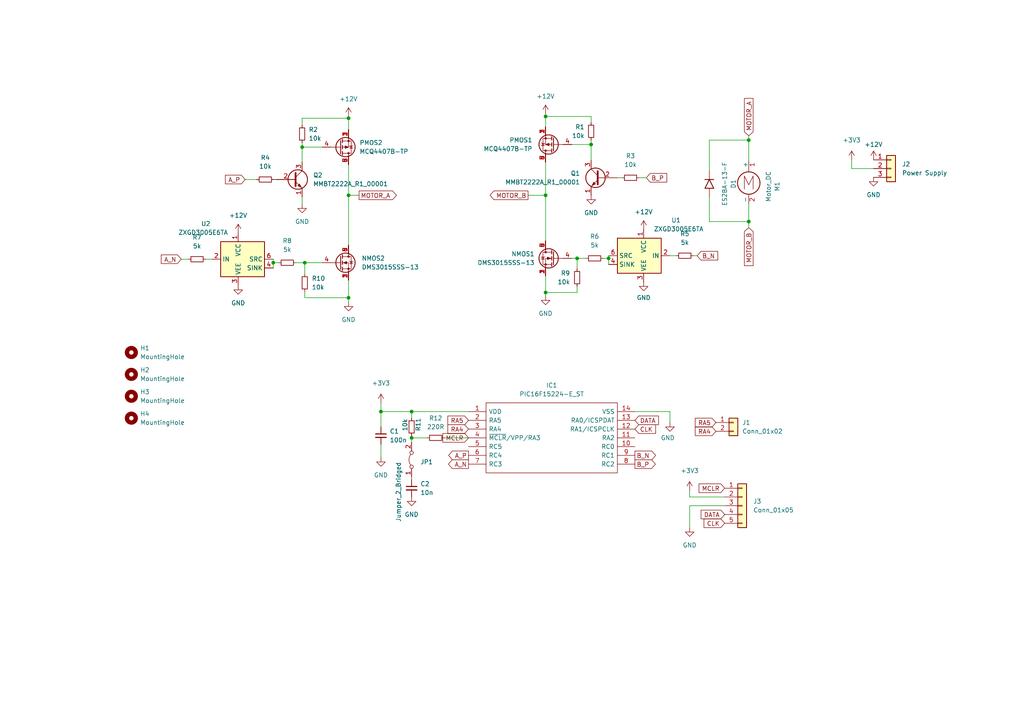
<source format=kicad_sch>
(kicad_sch (version 20211123) (generator eeschema)
  (paper "A4")
  (lib_symbols
    (symbol "Connector_Generic:Conn_01x02" (pin_names (offset 1.016) hide)
      (property "Reference" "J" (at 0 2.54 0))
      (property "Value" "Conn_01x02" (at 0 -5.08 0))
      (symbol "Conn_01x02_1_1"
        (rectangle (start -1.27 -2.413) (end 0 -2.667) (stroke (width 0.1524)))
        (rectangle (start -1.27 0.127) (end 0 -0.127) (stroke (width 0.1524)))
        (rectangle (start -1.27 1.27) (end 1.27 -3.81) (stroke (width 0.254)) (fill (type background)))
        (pin passive line (at -5.08 0 0) (length 3.81) (name "Pin_1") (number "1"))
        (pin passive line (at -5.08 -2.54 0) (length 3.81) (name "Pin_2") (number "2"))
      )
    )
    (symbol "Connector_Generic:Conn_01x03" (pin_names (offset 1.016) hide)
      (property "Reference" "J" (at 0 5.08 0))
      (property "Value" "Conn_01x03" (at 0 -5.08 0))
      (symbol "Conn_01x03_1_1"
        (rectangle (start -1.27 -2.413) (end 0 -2.667) (stroke (width 0.1524)))
        (rectangle (start -1.27 0.127) (end 0 -0.127) (stroke (width 0.1524)))
        (rectangle (start -1.27 2.667) (end 0 2.413) (stroke (width 0.1524)))
        (rectangle (start -1.27 3.81) (end 1.27 -3.81) (stroke (width 0.254)) (fill (type background)))
        (pin passive line (at -5.08 2.54 0) (length 3.81) (name "Pin_1") (number "1"))
        (pin passive line (at -5.08 0 0) (length 3.81) (name "Pin_2") (number "2"))
        (pin passive line (at -5.08 -2.54 0) (length 3.81) (name "Pin_3") (number "3"))
      )
    )
    (symbol "Connector_Generic:Conn_01x05" (pin_names (offset 1.016) hide)
      (property "Reference" "J" (at 0 7.62 0))
      (property "Value" "Conn_01x05" (at 0 -7.62 0))
      (symbol "Conn_01x05_1_1"
        (rectangle (start -1.27 -4.953) (end 0 -5.207) (stroke (width 0.1524)))
        (rectangle (start -1.27 -2.413) (end 0 -2.667) (stroke (width 0.1524)))
        (rectangle (start -1.27 0.127) (end 0 -0.127) (stroke (width 0.1524)))
        (rectangle (start -1.27 2.667) (end 0 2.413) (stroke (width 0.1524)))
        (rectangle (start -1.27 5.207) (end 0 4.953) (stroke (width 0.1524)))
        (rectangle (start -1.27 6.35) (end 1.27 -6.35) (stroke (width 0.254)) (fill (type background)))
        (pin passive line (at -5.08 5.08 0) (length 3.81) (name "Pin_1") (number "1"))
        (pin passive line (at -5.08 2.54 0) (length 3.81) (name "Pin_2") (number "2"))
        (pin passive line (at -5.08 0 0) (length 3.81) (name "Pin_3") (number "3"))
        (pin passive line (at -5.08 -2.54 0) (length 3.81) (name "Pin_4") (number "4"))
        (pin passive line (at -5.08 -5.08 0) (length 3.81) (name "Pin_5") (number "5"))
      )
    )
    (symbol "Device:C_Small" (pin_numbers hide) (pin_names (offset 0.254) hide)
      (property "Reference" "C" (at 0.254 1.778 0))
      (property "Value" "C_Small" (at 0.254 -2.032 0))
      (symbol "C_Small_0_1"
        (polyline (pts (xy -1.524 -0.508) (xy 1.524 -0.508)) (stroke (width 0.3302)))
        (polyline (pts (xy -1.524 0.508) (xy 1.524 0.508)) (stroke (width 0.3048)))
      )
      (symbol "C_Small_1_1"
        (pin passive line (at 0 2.54 270) (length 2.032) (name "~") (number "1"))
        (pin passive line (at 0 -2.54 90) (length 2.032) (name "~") (number "2"))
      )
    )
    (symbol "Device:D" (pin_numbers hide) (pin_names (offset 1.016) hide)
      (property "Reference" "D" (at 0 2.54 0))
      (property "Value" "D" (at 0 -2.54 0))
      (symbol "D_0_1"
        (polyline (pts (xy -1.27 1.27) (xy -1.27 -1.27)) (stroke (width 0.254)))
        (polyline (pts (xy 1.27 1.27) (xy 1.27 -1.27) (xy -1.27 0) (xy 1.27 1.27)) (stroke (width 0.254)))
      )
      (symbol "D_1_1"
        (pin passive line (at -3.81 0 0) (length 2.54) (name "K") (number "1"))
        (pin passive line (at 3.81 0 180) (length 2.54) (name "A") (number "2"))
      )
    )
    (symbol "Device:R_Small" (pin_numbers hide) (pin_names (offset 0.254) hide)
      (property "Reference" "R" (at 0.762 0.508 0))
      (property "Value" "R_Small" (at 0.762 -1.016 0))
      (symbol "R_Small_0_1"
        (rectangle (start -0.762 1.778) (end 0.762 -1.778) (stroke (width 0.2032)))
      )
      (symbol "R_Small_1_1"
        (pin passive line (at 0 2.54 270) (length 0.762) (name "~") (number "1"))
        (pin passive line (at 0 -2.54 90) (length 0.762) (name "~") (number "2"))
      )
    )
    (symbol "Driver_FET:ZXGD3006E6"
      (property "Reference" "U" (at 2.54 8.89 0))
      (property "Value" "ZXGD3006E6" (at 2.54 6.35 0))
      (symbol "ZXGD3006E6_0_1"
        (rectangle (start -5.08 5.08) (end 7.62 -5.08) (stroke (width 0.254)) (fill (type background)))
      )
      (symbol "ZXGD3006E6_1_1"
        (pin power_in line (at 0 7.62 270) (length 2.54) (name "VCC") (number "1"))
        (pin input line (at -7.62 0 0) (length 2.54) (name "IN") (number "2"))
        (pin power_in line (at 0 -7.62 90) (length 2.54) (name "VEE") (number "3"))
        (pin open_collector line (at 10.16 -2.54 180) (length 2.54) (name "SINK") (number "4"))
        (pin no_connect line (at 7.62 2.54 180) (length 2.54) hide (name "NC") (number "5"))
        (pin open_emitter line (at 10.16 0 180) (length 2.54) (name "SRC") (number "6"))
      )
    )
    (symbol "Jumper:Jumper_2_Bridged" (pin_names (offset 0) hide)
      (property "Reference" "JP" (at 0 1.905 0))
      (property "Value" "Jumper_2_Bridged" (at 0 -2.54 0))
      (symbol "Jumper_2_Bridged_0_0"
        (circle (center -2.032 0) (radius 0.508))
        (circle (center 2.032 0) (radius 0.508))
      )
      (symbol "Jumper_2_Bridged_0_1"
        (arc (start 1.524 0.254) (mid 0 0.762) (end -1.524 0.254))
      )
      (symbol "Jumper_2_Bridged_1_1"
        (pin passive line (at -5.08 0 0) (length 2.54) (name "A") (number "1"))
        (pin passive line (at 5.08 0 180) (length 2.54) (name "B") (number "2"))
      )
    )
    (symbol "Mechanical:MountingHole" (pin_names (offset 1.016))
      (property "Reference" "H" (at 0 5.08 0))
      (property "Value" "MountingHole" (at 0 3.175 0))
      (symbol "MountingHole_0_1"
        (circle (center 0 0) (radius 1.27) (stroke (width 1.27)))
      )
    )
    (symbol "Motor:Motor_DC" (pin_names (offset 0))
      (property "Reference" "M" (at 2.54 2.54 0))
      (property "Value" "Motor_DC" (at 2.54 -5.08 0))
      (symbol "Motor_DC_0_0"
        (polyline (pts (xy -1.27 -3.302) (xy -1.27 0.508) (xy 0 -2.032) (xy 1.27 0.508) (xy 1.27 -3.302)))
      )
      (symbol "Motor_DC_0_1"
        (circle (center 0 -1.524) (radius 3.2512) (stroke (width 0.254)))
        (polyline (pts (xy 0 -7.62) (xy 0 -7.112)))
        (polyline (pts (xy 0 -4.7752) (xy 0 -5.1816)))
        (polyline (pts (xy 0 1.7272) (xy 0 2.0828)))
        (polyline (pts (xy 0 2.032) (xy 0 2.54)))
      )
      (symbol "Motor_DC_1_1"
        (pin passive line (at 0 5.08 270) (length 2.54) (name "+") (number "1"))
        (pin passive line (at 0 -7.62 90) (length 2.54) (name "-") (number "2"))
      )
    )
    (symbol "Symbols:DMS3015SSS-13" (pin_names (offset 1.016))
      (property "Reference" "NMOS" (at -5.4102 9.2456 0))
      (property "Value" "DMS3015SSS-13" (at -4.4196 -15.4432 0))
      (symbol "DMS3015SSS-13_0_1"
        (polyline (pts (xy -1.016 0) (xy -3.81 0)))
        (polyline (pts (xy -1.016 1.905) (xy -1.016 -1.905)) (stroke (width 0.254)))
        (polyline (pts (xy -0.508 -1.27) (xy -0.508 -2.286)) (stroke (width 0.254)))
        (polyline (pts (xy -0.508 0.508) (xy -0.508 -0.508)) (stroke (width 0.254)))
        (polyline (pts (xy -0.508 2.286) (xy -0.508 1.27)) (stroke (width 0.254)))
        (polyline (pts (xy 1.27 2.54) (xy 1.27 1.778)))
        (polyline (pts (xy 1.27 -2.54) (xy 1.27 0) (xy -0.508 0)))
        (polyline (pts (xy -0.508 -1.778) (xy 2.032 -1.778) (xy 2.032 1.778) (xy -0.508 1.778)))
        (polyline (pts (xy -0.254 0) (xy 0.762 0.381) (xy 0.762 -0.381) (xy -0.254 0)) (fill (type outline)))
        (polyline (pts (xy 1.524 0.508) (xy 1.651 0.381) (xy 2.413 0.381) (xy 2.54 0.254)))
        (polyline (pts (xy 2.032 0.381) (xy 1.651 -0.254) (xy 2.413 -0.254) (xy 2.032 0.381)))
        (circle (center 0.381 0) (radius 2.794) (stroke (width 0.254)))
        (circle (center 1.27 -1.778) (radius 0.254) (fill (type outline)))
        (circle (center 1.27 1.778) (radius 0.254) (fill (type outline)))
      )
      (symbol "DMS3015SSS-13_1_1"
        (pin passive line (at 1.27 -5.08 90) (length 2.54) (name "") (number "1"))
        (pin passive line (at 1.27 -5.08 90) (length 2.54) (name "") (number "2"))
        (pin passive line (at 1.27 -5.08 90) (length 2.54) (name "") (number "3"))
        (pin input line (at -6.35 0 0) (length 2.54) (name "") (number "4"))
        (pin passive line (at 1.27 5.08 270) (length 2.54) (name "") (number "5"))
        (pin passive line (at 1.27 5.08 270) (length 2.54) (name "") (number "6"))
        (pin passive line (at 1.27 5.08 270) (length 2.54) (name "") (number "7"))
        (pin passive line (at 1.27 5.08 270) (length 2.54) (name "") (number "8"))
      )
    )
    (symbol "Symbols:MCQ4407B-TP"
      (property "Reference" "PMOS" (at 0 11.43 0))
      (property "Value" "MCQ4407B-TP" (at 0 -6.35 0))
      (symbol "MCQ4407B-TP_0_1"
        (circle (center -0.889 2.54) (radius 2.794) (stroke (width 0.254)))
        (polyline (pts (xy -2.286 2.54) (xy -5.08 2.54)))
        (polyline (pts (xy -2.286 4.445) (xy -2.286 0.635)) (stroke (width 0.254)))
        (polyline (pts (xy -1.778 1.27) (xy -1.778 0.254)) (stroke (width 0.254)))
        (polyline (pts (xy -1.778 3.048) (xy -1.778 2.032)) (stroke (width 0.254)))
        (polyline (pts (xy -1.778 4.826) (xy -1.778 3.81)) (stroke (width 0.254)))
        (polyline (pts (xy 0 5.08) (xy 0 4.318)))
        (polyline (pts (xy 0 0) (xy 0 2.54) (xy -1.778 2.54)))
        (polyline (pts (xy -1.778 0.762) (xy 0.762 0.762) (xy 0.762 4.318) (xy -1.778 4.318)))
        (polyline (pts (xy 0 2.54) (xy -1.016 2.159) (xy -1.016 2.921) (xy 0 2.54)) (fill (type outline)))
        (polyline (pts (xy 0.2032 2.3368) (xy 0.3302 2.2098) (xy 1.0922 2.2098) (xy 1.2192 2.0828)))
        (polyline (pts (xy 0.762 2.2352) (xy 1.143 2.8702) (xy 0.381 2.8702) (xy 0.762 2.2352)))
        (circle (center 0 0.762) (radius 0.254) (fill (type outline)))
        (circle (center 0 4.318) (radius 0.254) (fill (type outline)))
      )
      (symbol "MCQ4407B-TP_1_1"
        (pin passive line (at 0 -2.54 90) (length 2.54) (name "") (number "1"))
        (pin passive line (at 0 -2.54 90) (length 2.54) (name "") (number "2"))
        (pin passive line (at 0 -2.54 90) (length 2.54) (name "") (number "3"))
        (pin input line (at -7.62 2.54 0) (length 2.54) (name "") (number "4"))
        (pin passive line (at 0 7.62 270) (length 2.54) (name "") (number "5"))
        (pin passive line (at 0 7.62 270) (length 2.54) (name "") (number "6"))
        (pin passive line (at 0 7.62 270) (length 2.54) (name "") (number "7"))
        (pin passive line (at 0 7.62 270) (length 2.54) (name "") (number "8"))
      )
    )
    (symbol "Symbols:PIC16F15224-E_ST" (pin_names (offset 0.762))
      (property "Reference" "IC" (at 44.45 7.62 0))
      (property "Value" "PIC16F15224-E_ST" (at 44.45 5.08 0))
      (symbol "PIC16F15224-E_ST_0_0"
        (pin passive line (at 0 0 0) (length 5.08) (name "VDD") (number "1"))
        (pin passive line (at 48.26 -10.16 180) (length 5.08) (name "RC0") (number "10"))
        (pin passive line (at 48.26 -7.62 180) (length 5.08) (name "RA2") (number "11"))
        (pin passive line (at 48.26 -5.08 180) (length 5.08) (name "RA1/ICSPCLK") (number "12"))
        (pin passive line (at 48.26 -2.54 180) (length 5.08) (name "RA0/ICSPDAT") (number "13"))
        (pin passive line (at 48.26 0 180) (length 5.08) (name "VSS") (number "14"))
        (pin passive line (at 0 -2.54 0) (length 5.08) (name "RA5") (number "2"))
        (pin passive line (at 0 -5.08 0) (length 5.08) (name "RA4") (number "3"))
        (pin passive line (at 0 -7.62 0) (length 5.08) (name "~{MCLR}/VPP/RA3") (number "4"))
        (pin passive line (at 0 -10.16 0) (length 5.08) (name "RC5") (number "5"))
        (pin passive line (at 0 -12.7 0) (length 5.08) (name "RC4") (number "6"))
        (pin passive line (at 0 -15.24 0) (length 5.08) (name "RC3") (number "7"))
        (pin passive line (at 48.26 -15.24 180) (length 5.08) (name "RC2") (number "8"))
        (pin passive line (at 48.26 -12.7 180) (length 5.08) (name "RC1") (number "9"))
      )
      (symbol "PIC16F15224-E_ST_0_1"
        (polyline (pts (xy 5.08 2.54) (xy 43.18 2.54) (xy 43.18 -17.78) (xy 5.08 -17.78) (xy 5.08 2.54)) (stroke (width 0.1524)))
      )
    )
    (symbol "Transistor_BJT:2N2219" (pin_names (offset 0) hide)
      (property "Reference" "Q" (at 5.08 1.905 0))
      (property "Value" "2N2219" (at 5.08 0 0))
      (symbol "2N2219_0_1"
        (polyline (pts (xy 0.635 0.635) (xy 2.54 2.54)))
        (polyline (pts (xy 0.635 -0.635) (xy 2.54 -2.54) (xy 2.54 -2.54)))
        (polyline (pts (xy 0.635 1.905) (xy 0.635 -1.905) (xy 0.635 -1.905)) (stroke (width 0.508)))
        (polyline (pts (xy 1.27 -1.778) (xy 1.778 -1.27) (xy 2.286 -2.286) (xy 1.27 -1.778) (xy 1.27 -1.778)) (fill (type outline)))
        (circle (center 1.27 0) (radius 2.8194) (stroke (width 0.254)))
      )
      (symbol "2N2219_1_1"
        (pin passive line (at 2.54 -5.08 90) (length 2.54) (name "E") (number "1"))
        (pin passive line (at -5.08 0 0) (length 5.715) (name "B") (number "2"))
        (pin passive line (at 2.54 5.08 270) (length 2.54) (name "C") (number "3"))
      )
    )
    (symbol "power:+12V" (power) (pin_names (offset 0))
      (property "Value" "+12V" (at 0 3.556 0))
      (symbol "+12V_0_1"
        (polyline (pts (xy -0.762 1.27) (xy 0 2.54)))
        (polyline (pts (xy 0 0) (xy 0 2.54)))
        (polyline (pts (xy 0 2.54) (xy 0.762 1.27)))
      )
      (symbol "+12V_1_1"
        (pin power_in line (at 0 0 90) (length 0) hide (name "+12V") (number "1"))
      )
    )
    (symbol "power:+3.3V" (power) (pin_names (offset 0))
      (property "Value" "+3.3V" (at 0 3.556 0))
      (symbol "+3.3V_0_1"
        (polyline (pts (xy -0.762 1.27) (xy 0 2.54)))
        (polyline (pts (xy 0 0) (xy 0 2.54)))
        (polyline (pts (xy 0 2.54) (xy 0.762 1.27)))
      )
      (symbol "+3.3V_1_1"
        (pin power_in line (at 0 0 90) (length 0) hide (name "+3V3") (number "1"))
      )
    )
    (symbol "power:GND" (power) (pin_names (offset 0))
      (property "Value" "GND" (at 0 -3.81 0))
      (symbol "GND_0_1"
        (polyline (pts (xy 0 0) (xy 0 -1.27) (xy 1.27 -1.27) (xy 0 -2.54) (xy -1.27 -1.27) (xy 0 -1.27)))
      )
      (symbol "GND_1_1"
        (pin power_in line (at 0 0 270) (length 0) hide (name "GND") (number "1"))
      )
    )
  )
  (junction (at 101.092 86.36))
  (junction (at 176.53 74.93))
  (junction (at 101.092 34.29))
  (junction (at 217.17 40.64))
  (junction (at 101.092 56.642))
  (junction (at 87.63 42.672))
  (junction (at 217.17 64.262))
  (junction (at 167.386 74.93))
  (junction (at 119.38 127))
  (junction (at 110.49 119.38))
  (junction (at 88.392 76.2))
  (junction (at 119.38 119.38))
  (junction (at 171.45 41.91))
  (junction (at 158.242 33.782))
  (junction (at 79.248 76.2))
  (junction (at 158.242 56.642))
  (junction (at 158.242 84.836))
  (wire (pts (xy 87.63 41.402) (xy 87.63 42.672)))
  (wire (pts (xy 135.89 127) (xy 128.905 127)))
  (wire (pts (xy 52.578 75.184) (xy 54.61 75.184)))
  (wire (pts (xy 167.386 83.058) (xy 167.386 84.836)))
  (wire (pts (xy 167.386 84.836) (xy 158.242 84.836)))
  (wire (pts (xy 205.74 40.64) (xy 217.17 40.64)))
  (wire (pts (xy 253.365 48.895) (xy 247.015 48.895)))
  (wire (pts (xy 158.242 33.782) (xy 158.242 36.83)))
  (wire (pts (xy 167.386 74.93) (xy 167.386 77.978)))
  (wire (pts (xy 158.242 33.02) (xy 158.242 33.782)))
  (wire (pts (xy 119.38 127) (xy 119.38 126.365)))
  (wire (pts (xy 167.386 74.93) (xy 169.926 74.93)))
  (wire (pts (xy 79.502 52.07) (xy 80.01 52.07)))
  (wire (pts (xy 87.63 57.15) (xy 87.63 59.182)))
  (wire (pts (xy 119.38 119.38) (xy 135.89 119.38)))
  (wire (pts (xy 205.74 57.15) (xy 205.74 64.262)))
  (wire (pts (xy 88.392 76.2) (xy 93.472 76.2)))
  (wire (pts (xy 85.852 76.2) (xy 88.392 76.2)))
  (wire (pts (xy 110.49 119.38) (xy 119.38 119.38)))
  (wire (pts (xy 119.38 119.38) (xy 119.38 121.285)))
  (wire (pts (xy 200.025 142.24) (xy 200.025 144.145)))
  (wire (pts (xy 87.63 42.672) (xy 93.472 42.672)))
  (wire (pts (xy 217.17 64.262) (xy 217.17 66.04)))
  (wire (pts (xy 158.242 46.99) (xy 158.242 56.642)))
  (wire (pts (xy 194.31 122.555) (xy 194.31 119.38)))
  (wire (pts (xy 205.74 40.64) (xy 205.74 49.53)))
  (wire (pts (xy 210.185 146.685) (xy 200.025 146.685)))
  (wire (pts (xy 123.825 127) (xy 119.38 127)))
  (wire (pts (xy 176.53 74.168) (xy 176.53 74.93)))
  (wire (pts (xy 110.49 119.38) (xy 110.49 123.825)))
  (wire (pts (xy 200.025 146.685) (xy 200.025 153.035)))
  (wire (pts (xy 171.45 33.782) (xy 171.45 35.56)))
  (wire (pts (xy 180.34 51.562) (xy 179.07 51.562)))
  (wire (pts (xy 196.088 74.168) (xy 194.31 74.168)))
  (wire (pts (xy 79.248 75.184) (xy 79.248 76.2)))
  (wire (pts (xy 101.092 56.642) (xy 104.14 56.642)))
  (wire (pts (xy 87.63 34.29) (xy 87.63 36.322)))
  (wire (pts (xy 119.38 127) (xy 119.38 128.27)))
  (wire (pts (xy 171.45 40.64) (xy 171.45 41.91)))
  (wire (pts (xy 88.392 84.582) (xy 88.392 86.36)))
  (wire (pts (xy 171.45 41.91) (xy 165.862 41.91)))
  (wire (pts (xy 158.242 84.836) (xy 158.242 80.01)))
  (wire (pts (xy 101.092 86.36) (xy 101.092 81.28)))
  (wire (pts (xy 205.74 64.262) (xy 217.17 64.262)))
  (wire (pts (xy 88.392 76.2) (xy 88.392 79.502)))
  (wire (pts (xy 194.31 119.38) (xy 184.15 119.38)))
  (wire (pts (xy 110.49 132.715) (xy 110.49 128.905)))
  (wire (pts (xy 153.162 56.642) (xy 158.242 56.642)))
  (wire (pts (xy 171.45 41.91) (xy 171.45 46.482)))
  (wire (pts (xy 202.184 74.168) (xy 201.168 74.168)))
  (wire (pts (xy 101.092 87.63) (xy 101.092 86.36)))
  (wire (pts (xy 101.092 34.29) (xy 101.092 37.592)))
  (wire (pts (xy 87.63 42.672) (xy 87.63 46.99)))
  (wire (pts (xy 101.092 33.782) (xy 101.092 34.29)))
  (wire (pts (xy 88.392 86.36) (xy 101.092 86.36)))
  (wire (pts (xy 187.452 51.562) (xy 185.42 51.562)))
  (wire (pts (xy 158.242 56.642) (xy 158.242 69.85)))
  (wire (pts (xy 101.092 56.642) (xy 101.092 71.12)))
  (wire (pts (xy 101.092 34.29) (xy 87.63 34.29)))
  (wire (pts (xy 217.17 59.182) (xy 217.17 64.262)))
  (wire (pts (xy 247.015 48.895) (xy 247.015 46.355)))
  (wire (pts (xy 176.53 74.93) (xy 176.53 76.708)))
  (wire (pts (xy 59.69 75.184) (xy 61.468 75.184)))
  (wire (pts (xy 101.092 47.752) (xy 101.092 56.642)))
  (wire (pts (xy 217.17 39.37) (xy 217.17 40.64)))
  (wire (pts (xy 79.248 76.2) (xy 80.772 76.2)))
  (wire (pts (xy 200.025 144.145) (xy 210.185 144.145)))
  (wire (pts (xy 79.248 76.2) (xy 79.248 77.724)))
  (wire (pts (xy 119.38 138.43) (xy 119.38 139.065)))
  (wire (pts (xy 175.006 74.93) (xy 176.53 74.93)))
  (wire (pts (xy 158.242 33.782) (xy 171.45 33.782)))
  (wire (pts (xy 71.12 52.07) (xy 74.422 52.07)))
  (wire (pts (xy 217.17 40.64) (xy 217.17 46.482)))
  (wire (pts (xy 165.862 74.93) (xy 167.386 74.93)))
  (wire (pts (xy 110.49 116.84) (xy 110.49 119.38)))
  (wire (pts (xy 158.242 85.852) (xy 158.242 84.836)))
  (global_label "RA4" (shape input) (at 135.89 124.46 180) (property "Intersheet References" "${INTERSHEET_REFS}" (effects hide)))
  (global_label "B_P" (shape output) (at 184.15 134.62 0) (property "Intersheet References" "${INTERSHEET_REFS}" (effects hide)))
  (global_label "MCLR" (shape input) (at 135.89 127 180) (property "Intersheet References" "${INTERSHEET_REFS}" (effects hide)))
  (global_label "DATA" (shape input) (at 184.15 121.92 0) (property "Intersheet References" "${INTERSHEET_REFS}" (effects hide)))
  (global_label "A_N" (shape input) (at 52.578 75.184 180) (property "Intersheet References" "${INTERSHEET_REFS}" (effects hide)))
  (global_label "MOTOR_B" (shape input) (at 217.17 66.04 270) (property "Intersheet References" "${INTERSHEET_REFS}" (effects hide)))
  (global_label "CLK" (shape input) (at 184.15 124.46 0) (property "Intersheet References" "${INTERSHEET_REFS}" (effects hide)))
  (global_label "A_N" (shape output) (at 135.89 134.62 180) (property "Intersheet References" "${INTERSHEET_REFS}" (effects hide)))
  (global_label "CLK" (shape input) (at 210.185 151.765 180) (property "Intersheet References" "${INTERSHEET_REFS}" (effects hide)))
  (global_label "MOTOR_B" (shape output) (at 153.162 56.642 180) (property "Intersheet References" "${INTERSHEET_REFS}" (effects hide)))
  (global_label "B_N" (shape input) (at 202.184 74.168 0) (property "Intersheet References" "${INTERSHEET_REFS}" (effects hide)))
  (global_label "MOTOR_A" (shape output) (at 104.14 56.642 0) (property "Intersheet References" "${INTERSHEET_REFS}" (effects hide)))
  (global_label "DATA" (shape input) (at 210.185 149.225 180) (property "Intersheet References" "${INTERSHEET_REFS}" (effects hide)))
  (global_label "MOTOR_A" (shape input) (at 217.17 39.37 90) (property "Intersheet References" "${INTERSHEET_REFS}" (effects hide)))
  (global_label "RA5" (shape input) (at 207.645 122.555 180) (property "Intersheet References" "${INTERSHEET_REFS}" (effects hide)))
  (global_label "RA4" (shape input) (at 207.645 125.095 180) (property "Intersheet References" "${INTERSHEET_REFS}" (effects hide)))
  (global_label "MCLR" (shape input) (at 210.185 141.605 180) (property "Intersheet References" "${INTERSHEET_REFS}" (effects hide)))
  (global_label "B_P" (shape input) (at 187.452 51.562 0) (property "Intersheet References" "${INTERSHEET_REFS}" (effects hide)))
  (global_label "A_P" (shape input) (at 71.12 52.07 180) (property "Intersheet References" "${INTERSHEET_REFS}" (effects hide)))
  (global_label "A_P" (shape output) (at 135.89 132.08 180) (property "Intersheet References" "${INTERSHEET_REFS}" (effects hide)))
  (global_label "RA5" (shape input) (at 135.89 121.92 180) (property "Intersheet References" "${INTERSHEET_REFS}" (effects hide)))
  (global_label "B_N" (shape output) (at 184.15 132.08 0) (property "Intersheet References" "${INTERSHEET_REFS}" (effects hide)))
  (symbol (lib_id "power:+12V") (at 101.092 33.782 0) (unit 1)
    (property "Reference" "#PWR02" (effects hide))
    (property "Value" "+12V" (at 101.092 28.702 0))
  )
  (symbol (lib_id "power:+12V") (at 253.365 46.355 0) (unit 1)
    (property "Reference" "#PWR016" (effects hide))
    (property "Value" "+12V" (at 253.365 41.91 0))
  )
  (symbol (lib_id "Mechanical:MountingHole") (at 38.1 114.935 0) (unit 1)
    (property "Reference" "H3" (at 40.64 113.6649 0) (effects (justify left)))
    (property "Value" "MountingHole" (at 40.64 116.2049 0) (effects (justify left)))
    (property "Footprint" "MountingHole:MountingHole_2.5mm" (effects hide))
  )
  (symbol (lib_id "power:GND") (at 171.45 56.642 0) (mirror y) (unit 1)
    (property "Reference" "#PWR03" (effects hide))
    (property "Value" "GND" (at 171.45 61.722 0))
  )
  (symbol (lib_id "power:GND") (at 200.025 153.035 0) (unit 1)
    (property "Reference" "#PWR0104" (effects hide))
    (property "Value" "GND" (at 200.025 158.115 0))
  )
  (symbol (lib_id "power:GND") (at 186.69 81.788 0) (unit 1)
    (property "Reference" "#PWR09" (effects hide))
    (property "Value" "GND" (at 186.69 86.36 0))
  )
  (symbol (lib_id "Device:C_Small") (at 110.49 126.365 0) (unit 1)
    (property "Reference" "C1" (at 113.03 125.1012 0) (effects (justify left)))
    (property "Value" "100n" (at 113.03 127.6412 0) (effects (justify left)))
    (property "Footprint" "Capacitor_SMD:C_0603_1608Metric" (effects hide))
    (property "MPN" "CGA3E2X7R1E104K080AA" (effects hide))
  )
  (symbol (lib_id "Jumper:Jumper_2_Bridged") (at 119.38 133.35 90) (unit 1)
    (property "Reference" "JP1" (at 121.92 133.985 90) (effects (justify right)))
    (property "Value" "Jumper_2_Bridged" (at 115.57 133.985 0) (effects (justify right)))
    (property "Footprint" "Connector_PinHeader_2.54mm:PinHeader_1x02_P2.54mm_Vertical" (effects hide))
  )
  (symbol (lib_id "Device:R_Small") (at 126.365 127 270) (unit 1)
    (property "Reference" "R12" (at 126.365 121.285 90))
    (property "Value" "220R" (at 126.365 123.825 90))
    (property "Footprint" "Resistor_SMD:R_0603_1608Metric" (effects hide))
    (property "MPN" "RMCF0603FT220R" (effects hide))
  )
  (symbol (lib_id "Symbols:PIC16F15224-E_ST") (at 135.89 119.38 0) (unit 1)
    (property "Reference" "IC1" (at 160.02 111.76 0))
    (property "Value" "PIC16F15224-E_ST" (at 160.02 114.3 0))
    (property "Footprint" "Footprints:SOP65P640X120-14N" (effects hide))
    (property "Datasheet" "https://ww1.microchip.com/downloads/en/DeviceDoc/PIC16F15213-14-23-24-43-44-Data-Sheet-DS40002195B.pdf" (effects hide))
    (property "Description" "8-bit Microcontrollers - MCU 7KB Flash, 512B RAM, 10b ADC, 2x PWM, 2x CCP, HLT, WDT, PPS, EUSART, SPI/I2C, XLP SLEEP Mode" (effects hide))
    (property "Height" "1.2" (effects hide))
    (property "Mouser Part Number" "579-PIC16F15224-E/ST" (effects hide))
    (property "Mouser Price/Stock" "https://www.mouser.co.uk/ProductDetail/Microchip-Technology/PIC16F15224-E-ST?qs=xZ%2FP%252Ba9zWqaFu9TE71IOhA%3D%3D" (effects hide))
    (property "Manufacturer_Name" "Microchip" (effects hide))
    (property "Manufacturer_Part_Number" "PIC16F15224-E/ST" (effects hide))
    (property "MPN" "PIC16F15224-E_ST" (effects hide))
  )
  (symbol (lib_id "Driver_FET:ZXGD3006E6") (at 186.69 74.168 0) (mirror y) (unit 1)
    (property "Reference" "U1" (at 196.088 63.881 0))
    (property "Value" "ZXGD3005E6TA" (at 196.85 66.421 0))
    (property "Footprint" "Package_TO_SOT_SMD:SOT-23-6" (effects hide))
    (property "Datasheet" "https://www.diodes.com/assets/Datasheets/ZXGD3006E6.pdf" (effects hide))
    (property "MPN" "ZXGD3005E6TA" (effects hide))
  )
  (symbol (lib_id "Device:R_Small") (at 87.63 38.862 0) (unit 1)
    (property "Reference" "R2" (at 89.535 37.5919 0) (effects (justify left)))
    (property "Value" "10k" (at 89.535 40.1319 0) (effects (justify left)))
    (property "Footprint" "Resistor_SMD:R_0603_1608Metric" (effects hide))
    (property "MPN" "RMCF0603JT10K0" (effects hide))
  )
  (symbol (lib_id "power:GND") (at 101.092 87.63 0) (unit 1)
    (property "Reference" "#PWR06" (effects hide))
    (property "Value" "GND" (at 101.092 92.71 0))
  )
  (symbol (lib_id "Device:R_Small") (at 88.392 82.042 180) (unit 1)
    (property "Reference" "R10" (at 90.424 80.7719 0) (effects (justify right)))
    (property "Value" "10k" (at 90.424 83.3119 0) (effects (justify right)))
    (property "Footprint" "Resistor_SMD:R_0603_1608Metric" (effects hide))
    (property "MPN" "RMCF0603JT10K0" (effects hide))
  )
  (symbol (lib_id "Device:R_Small") (at 198.628 74.168 90) (mirror x) (unit 1)
    (property "Reference" "R5" (at 198.628 67.818 90))
    (property "Value" "5k" (at 198.628 70.358 90))
    (property "Footprint" "Resistor_SMD:R_0603_1608Metric" (effects hide))
    (property "MPN" "CR0603-FX-4991ELF" (effects hide))
  )
  (symbol (lib_id "power:GND") (at 69.088 82.804 0) (unit 1)
    (property "Reference" "#PWR010" (effects hide))
    (property "Value" "GND" (at 69.088 87.884 0))
  )
  (symbol (lib_id "Device:R_Small") (at 172.466 74.93 90) (mirror x) (unit 1)
    (property "Reference" "R6" (at 172.466 68.58 90))
    (property "Value" "5k" (at 172.466 71.12 90))
    (property "Footprint" "Resistor_SMD:R_0603_1608Metric" (effects hide))
    (property "MPN" "CR0603-FX-4991ELF" (effects hide))
  )
  (symbol (lib_id "Symbols:DMS3015SSS-13") (at 99.822 76.2 0) (unit 1)
    (property "Reference" "NMOS2" (at 104.902 74.9299 0) (effects (justify left)))
    (property "Value" "DMS3015SSS-13" (at 104.902 77.4699 0) (effects (justify left)))
    (property "Footprint" "Footprints:SOIC127P600X175-8N" (effects hide))
    (property "PACKAGE" "SOIC-8" (effects hide))
    (property "OC_NEWARK" "27T2703" (effects hide))
    (property "SUPPLIER" "DIODES INC." (effects hide))
    (property "MPN" "DMS3015SSS-13" (effects hide))
    (property "OC_FARNELL" "1863728" (effects hide))
  )
  (symbol (lib_id "Device:R_Small") (at 171.45 38.1 0) (mirror y) (unit 1)
    (property "Reference" "R1" (at 169.545 36.8299 0) (effects (justify left)))
    (property "Value" "10k" (at 169.545 39.3699 0) (effects (justify left)))
    (property "Footprint" "Resistor_SMD:R_0603_1608Metric" (effects hide))
    (property "MPN" "RMCF0603JT10K0" (effects hide))
  )
  (symbol (lib_id "power:GND") (at 194.31 122.555 0) (unit 1)
    (property "Reference" "#PWR012" (effects hide))
    (property "Value" "GND" (at 193.675 127 0))
  )
  (symbol (lib_id "Driver_FET:ZXGD3006E6") (at 69.088 75.184 0) (unit 1)
    (property "Reference" "U2" (at 59.69 64.897 0))
    (property "Value" "ZXGD3005E6TA" (at 58.928 67.437 0))
    (property "Footprint" "Package_TO_SOT_SMD:SOT-23-6" (effects hide))
    (property "Datasheet" "https://www.diodes.com/assets/Datasheets/ZXGD3006E6.pdf" (effects hide))
    (property "MPN" "ZXGD3005E6TA" (effects hide))
  )
  (symbol (lib_id "power:GND") (at 87.63 59.182 0) (unit 1)
    (property "Reference" "#PWR04" (effects hide))
    (property "Value" "GND" (at 87.63 64.262 0))
  )
  (symbol (lib_id "power:+3.3V") (at 247.015 46.355 0) (unit 1)
    (property "Reference" "#PWR0102" (effects hide))
    (property "Value" "+3.3V" (at 247.015 40.64 0))
  )
  (symbol (lib_id "power:+3.3V") (at 200.025 142.24 0) (unit 1)
    (property "Reference" "#PWR0103" (effects hide))
    (property "Value" "+3.3V" (at 200.025 136.525 0))
  )
  (symbol (lib_id "power:GND") (at 253.365 51.435 0) (unit 1)
    (property "Reference" "#PWR017" (effects hide))
    (property "Value" "GND" (at 253.365 56.515 0))
  )
  (symbol (lib_id "Device:R_Small") (at 119.38 123.825 180) (unit 1)
    (property "Reference" "R11" (at 121.285 125.095 90) (effects (justify right)))
    (property "Value" "10k" (at 117.475 125.095 90) (effects (justify right)))
    (property "Footprint" "Resistor_SMD:R_0603_1608Metric" (effects hide))
    (property "MPN" "RMCF0603JT10K0" (effects hide))
  )
  (symbol (lib_id "Mechanical:MountingHole") (at 38.1 108.585 0) (unit 1)
    (property "Reference" "H2" (at 40.64 107.3149 0) (effects (justify left)))
    (property "Value" "MountingHole" (at 40.64 109.8549 0) (effects (justify left)))
    (property "Footprint" "MountingHole:MountingHole_2.5mm" (effects hide))
  )
  (symbol (lib_id "Symbols:MCQ4407B-TP") (at 101.092 40.132 0) (mirror x) (unit 1)
    (property "Reference" "PMOS2" (at 104.267 41.4019 0) (effects (justify left)))
    (property "Value" "MCQ4407B-TP" (at 104.267 43.9419 0) (effects (justify left)))
    (property "Footprint" "Footprints:SOIC127P600X175-8N" (effects hide))
    (property "MPN" "MCQ4407B-TP" (effects hide))
  )
  (symbol (lib_id "Transistor_BJT:2N2219") (at 85.09 52.07 0) (unit 1)
    (property "Reference" "Q2" (at 90.805 50.7999 0) (effects (justify left)))
    (property "Value" "MMBT2222A_R1_00001" (at 90.805 53.3399 0) (effects (justify left)))
    (property "Footprint" "Package_TO_SOT_SMD:SOT-23" (effects hide))
    (property "MPN" "MMBT2222A_R1_00001" (effects hide))
  )
  (symbol (lib_id "Device:R_Small") (at 167.386 80.518 0) (mirror x) (unit 1)
    (property "Reference" "R9" (at 165.354 79.2479 0) (effects (justify right)))
    (property "Value" "10k" (at 165.354 81.7879 0) (effects (justify right)))
    (property "Footprint" "Resistor_SMD:R_0603_1608Metric" (effects hide))
    (property "MPN" "RMCF0603JT10K0" (effects hide))
  )
  (symbol (lib_id "Connector_Generic:Conn_01x05") (at 215.265 146.685 0) (unit 1)
    (property "Reference" "J3" (at 218.44 145.4149 0) (effects (justify left)))
    (property "Value" "Conn_01x05" (at 218.44 147.9549 0) (effects (justify left)))
    (property "Footprint" "Connector_PinHeader_2.54mm:PinHeader_1x05_P2.54mm_Vertical" (effects hide))
    (property "MPN" "M20-9990546" (effects hide))
  )
  (symbol (lib_id "power:+3.3V") (at 110.49 116.84 0) (unit 1)
    (property "Reference" "#PWR0101" (effects hide))
    (property "Value" "+3.3V" (at 110.49 111.125 0))
  )
  (symbol (lib_id "Connector_Generic:Conn_01x03") (at 258.445 48.895 0) (unit 1)
    (property "Reference" "J2" (at 261.62 47.6249 0) (effects (justify left)))
    (property "Value" "Power Supply" (at 261.62 50.1649 0) (effects (justify left)))
    (property "Footprint" "TerminalBlock_Phoenix:TerminalBlock_Phoenix_MPT-0,5-3-2.54_1x03_P2.54mm_Horizontal" (effects hide))
    (property "MPN" "OSTVN03A150" (effects hide))
  )
  (symbol (lib_id "Mechanical:MountingHole") (at 38.1 102.235 0) (unit 1)
    (property "Reference" "H1" (at 40.64 100.9649 0) (effects (justify left)))
    (property "Value" "MountingHole" (at 40.64 103.5049 0) (effects (justify left)))
    (property "Footprint" "MountingHole:MountingHole_2.5mm" (effects hide))
  )
  (symbol (lib_id "Motor:Motor_DC") (at 217.17 51.562 0) (unit 1)
    (property "Reference" "M1" (at 225.425 54.102 90))
    (property "Value" "Motor_DC" (at 222.885 54.102 90))
    (property "Footprint" "TerminalBlock_Phoenix:TerminalBlock_Phoenix_MPT-0,5-2-2.54_1x02_P2.54mm_Horizontal" (effects hide))
    (property "MPN" "282834-2" (effects hide))
  )
  (symbol (lib_id "power:GND") (at 158.242 85.852 0) (unit 1)
    (property "Reference" "#PWR05" (effects hide))
    (property "Value" "GND" (at 158.242 90.932 0))
  )
  (symbol (lib_id "Symbols:MCQ4407B-TP") (at 158.242 39.37 180) (unit 1)
    (property "Reference" "PMOS1" (at 154.432 40.6399 0) (effects (justify left)))
    (property "Value" "MCQ4407B-TP" (at 154.432 43.1799 0) (effects (justify left)))
    (property "Footprint" "Footprints:SOIC127P600X175-8N" (effects hide))
    (property "MPN" "MCQ4407B-TP" (effects hide))
  )
  (symbol (lib_id "power:GND") (at 119.38 144.145 0) (unit 1)
    (property "Reference" "#PWR014" (effects hide))
    (property "Value" "GND" (at 119.38 149.225 0))
  )
  (symbol (lib_id "Device:R_Small") (at 83.312 76.2 270) (unit 1)
    (property "Reference" "R8" (at 83.312 69.85 90))
    (property "Value" "5k" (at 83.312 72.39 90))
    (property "Footprint" "Resistor_SMD:R_0603_1608Metric" (effects hide))
    (property "MPN" "CR0603-FX-4991ELF" (effects hide))
  )
  (symbol (lib_id "Device:R_Small") (at 182.88 51.562 90) (mirror x) (unit 1)
    (property "Reference" "R3" (at 182.88 45.212 90))
    (property "Value" "10k" (at 182.88 47.752 90))
    (property "Footprint" "Resistor_SMD:R_0603_1608Metric" (effects hide))
    (property "MPN" "RMCF0603JT10K0" (effects hide))
  )
  (symbol (lib_id "Transistor_BJT:2N2219") (at 173.99 51.562 0) (mirror y) (unit 1)
    (property "Reference" "Q1" (at 168.275 50.2919 0) (effects (justify left)))
    (property "Value" "MMBT2222A_R1_00001" (at 168.275 52.8319 0) (effects (justify left)))
    (property "Footprint" "Package_TO_SOT_SMD:SOT-23" (effects hide))
    (property "MPN" "MMBT2222A_R1_00001" (effects hide))
  )
  (symbol (lib_id "Connector_Generic:Conn_01x02") (at 212.725 122.555 0) (unit 1)
    (property "Reference" "J1" (at 215.265 122.5549 0) (effects (justify left)))
    (property "Value" "Conn_01x02" (at 215.265 125.0949 0) (effects (justify left)))
    (property "Footprint" "Connector_PinSocket_2.54mm:PinSocket_1x02_P2.54mm_Horizontal" (effects hide))
    (property "MPN" "PPTC021LGBN-RC" (effects hide))
  )
  (symbol (lib_id "power:+12V") (at 69.088 67.564 0) (unit 1)
    (property "Reference" "#PWR08" (effects hide))
    (property "Value" "+12V" (at 69.088 62.484 0))
  )
  (symbol (lib_id "power:+12V") (at 158.242 33.02 0) (unit 1)
    (property "Reference" "#PWR01" (effects hide))
    (property "Value" "+12V" (at 158.242 27.94 0))
  )
  (symbol (lib_id "power:GND") (at 110.49 132.715 0) (unit 1)
    (property "Reference" "#PWR013" (effects hide))
    (property "Value" "GND" (at 110.49 137.795 0))
  )
  (symbol (lib_id "power:+12V") (at 186.69 66.548 0) (unit 1)
    (property "Reference" "#PWR07" (effects hide))
    (property "Value" "+12V" (at 186.69 61.468 0))
  )
  (symbol (lib_id "Device:D") (at 205.74 53.34 270) (unit 1)
    (property "Reference" "D1" (at 212.725 53.34 0))
    (property "Value" "ES2BA-13-F" (at 210.185 53.34 0))
    (property "Footprint" "Diode_SMD:D_SMA" (effects hide))
    (property "MPN" "ES2BA-13-F" (effects hide))
  )
  (symbol (lib_id "Mechanical:MountingHole") (at 38.1 121.285 0) (unit 1)
    (property "Reference" "H4" (at 40.64 120.0149 0) (effects (justify left)))
    (property "Value" "MountingHole" (at 40.64 122.5549 0) (effects (justify left)))
    (property "Footprint" "MountingHole:MountingHole_2.5mm" (effects hide))
  )
  (symbol (lib_id "Device:R_Small") (at 76.962 52.07 90) (mirror x) (unit 1)
    (property "Reference" "R4" (at 76.962 45.72 90))
    (property "Value" "10k" (at 76.962 48.26 90))
    (property "Footprint" "Resistor_SMD:R_0603_1608Metric" (effects hide))
    (property "MPN" "RMCF0603JT10K0" (effects hide))
  )
  (symbol (lib_id "Symbols:DMS3015SSS-13") (at 159.512 74.93 0) (mirror y) (unit 1)
    (property "Reference" "NMOS1" (at 155.067 73.6599 0) (effects (justify left)))
    (property "Value" "DMS3015SSS-13" (at 155.067 76.1999 0) (effects (justify left)))
    (property "Footprint" "Footprints:SOIC127P600X175-8N" (effects hide))
    (property "PACKAGE" "SOIC-8" (effects hide))
    (property "OC_NEWARK" "27T2703" (effects hide))
    (property "SUPPLIER" "DIODES INC." (effects hide))
    (property "MPN" "DMS3015SSS-13" (effects hide))
    (property "OC_FARNELL" "1863728" (effects hide))
  )
  (symbol (lib_id "Device:R_Small") (at 57.15 75.184 270) (unit 1)
    (property "Reference" "R7" (at 57.15 68.834 90))
    (property "Value" "5k" (at 57.15 71.374 90))
    (property "Footprint" "Resistor_SMD:R_0603_1608Metric" (effects hide))
    (property "MPN" "CR0603-FX-4991ELF" (effects hide))
  )
  (symbol (lib_id "Device:C_Small") (at 119.38 141.605 0) (unit 1)
    (property "Reference" "C2" (at 121.92 140.3412 0) (effects (justify left)))
    (property "Value" "10n" (at 121.92 142.8812 0) (effects (justify left)))
    (property "Footprint" "Capacitor_SMD:C_0603_1608Metric" (effects hide))
    (property "MPN" "C1608X7R1H103K080AA" (effects hide))
  )
)
</source>
